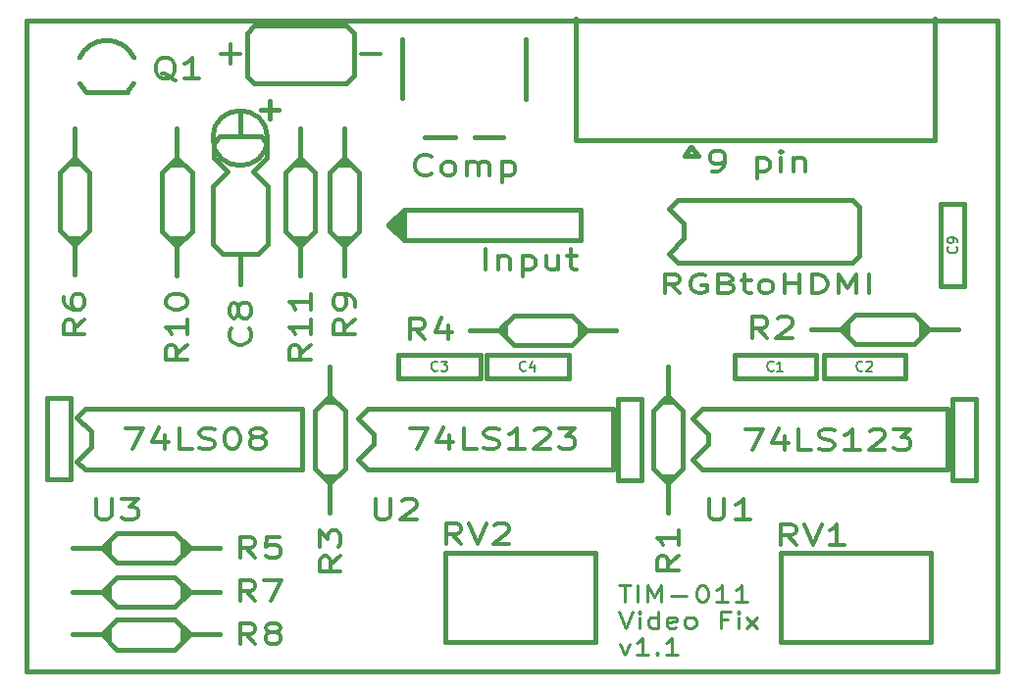
<source format=gbr>
%TF.GenerationSoftware,KiCad,Pcbnew,8.0.1*%
%TF.CreationDate,2024-06-09T01:41:57+01:00*%
%TF.ProjectId,tim011_video_fix,74696d30-3131-45f7-9669-64656f5f6669,rev?*%
%TF.SameCoordinates,Original*%
%TF.FileFunction,Legend,Top*%
%TF.FilePolarity,Positive*%
%FSLAX46Y46*%
G04 Gerber Fmt 4.6, Leading zero omitted, Abs format (unit mm)*
G04 Created by KiCad (PCBNEW 8.0.1) date 2024-06-09 01:41:57*
%MOMM*%
%LPD*%
G01*
G04 APERTURE LIST*
%ADD10C,0.400000*%
%ADD11C,0.360000*%
%ADD12C,0.280000*%
%ADD13C,0.129000*%
%ADD14C,0.120000*%
%ADD15C,0.300000*%
G04 APERTURE END LIST*
D10*
X55350000Y-59050000D02*
X139125000Y-59050000D01*
X139125000Y-115300000D01*
X55350000Y-115300000D01*
X55350000Y-59050000D01*
D11*
X84174461Y-62008613D02*
X85926842Y-62008613D01*
X72074461Y-61958613D02*
X73826842Y-61958613D01*
X72950651Y-62834803D02*
X72950651Y-61082422D01*
D12*
X106430638Y-107887840D02*
X107459210Y-107887840D01*
X106944924Y-109297840D02*
X106944924Y-107887840D01*
X108059210Y-109297840D02*
X108059210Y-107887840D01*
X108916353Y-109297840D02*
X108916353Y-107887840D01*
X108916353Y-107887840D02*
X109516353Y-108894983D01*
X109516353Y-108894983D02*
X110116353Y-107887840D01*
X110116353Y-107887840D02*
X110116353Y-109297840D01*
X110973496Y-108760698D02*
X112344925Y-108760698D01*
X113544924Y-107887840D02*
X113716353Y-107887840D01*
X113716353Y-107887840D02*
X113887781Y-107954983D01*
X113887781Y-107954983D02*
X113973496Y-108022126D01*
X113973496Y-108022126D02*
X114059210Y-108156412D01*
X114059210Y-108156412D02*
X114144924Y-108424983D01*
X114144924Y-108424983D02*
X114144924Y-108760698D01*
X114144924Y-108760698D02*
X114059210Y-109029269D01*
X114059210Y-109029269D02*
X113973496Y-109163555D01*
X113973496Y-109163555D02*
X113887781Y-109230698D01*
X113887781Y-109230698D02*
X113716353Y-109297840D01*
X113716353Y-109297840D02*
X113544924Y-109297840D01*
X113544924Y-109297840D02*
X113373496Y-109230698D01*
X113373496Y-109230698D02*
X113287781Y-109163555D01*
X113287781Y-109163555D02*
X113202067Y-109029269D01*
X113202067Y-109029269D02*
X113116353Y-108760698D01*
X113116353Y-108760698D02*
X113116353Y-108424983D01*
X113116353Y-108424983D02*
X113202067Y-108156412D01*
X113202067Y-108156412D02*
X113287781Y-108022126D01*
X113287781Y-108022126D02*
X113373496Y-107954983D01*
X113373496Y-107954983D02*
X113544924Y-107887840D01*
X115859210Y-109297840D02*
X114830639Y-109297840D01*
X115344924Y-109297840D02*
X115344924Y-107887840D01*
X115344924Y-107887840D02*
X115173496Y-108089269D01*
X115173496Y-108089269D02*
X115002067Y-108223555D01*
X115002067Y-108223555D02*
X114830639Y-108290698D01*
X117573496Y-109297840D02*
X116544925Y-109297840D01*
X117059210Y-109297840D02*
X117059210Y-107887840D01*
X117059210Y-107887840D02*
X116887782Y-108089269D01*
X116887782Y-108089269D02*
X116716353Y-108223555D01*
X116716353Y-108223555D02*
X116544925Y-108290698D01*
X106430638Y-110157861D02*
X107030638Y-111567861D01*
X107030638Y-111567861D02*
X107630638Y-110157861D01*
X108230638Y-111567861D02*
X108230638Y-110627861D01*
X108230638Y-110157861D02*
X108144924Y-110225004D01*
X108144924Y-110225004D02*
X108230638Y-110292147D01*
X108230638Y-110292147D02*
X108316352Y-110225004D01*
X108316352Y-110225004D02*
X108230638Y-110157861D01*
X108230638Y-110157861D02*
X108230638Y-110292147D01*
X109859210Y-111567861D02*
X109859210Y-110157861D01*
X109859210Y-111500719D02*
X109687781Y-111567861D01*
X109687781Y-111567861D02*
X109344924Y-111567861D01*
X109344924Y-111567861D02*
X109173495Y-111500719D01*
X109173495Y-111500719D02*
X109087781Y-111433576D01*
X109087781Y-111433576D02*
X109002067Y-111299290D01*
X109002067Y-111299290D02*
X109002067Y-110896433D01*
X109002067Y-110896433D02*
X109087781Y-110762147D01*
X109087781Y-110762147D02*
X109173495Y-110695004D01*
X109173495Y-110695004D02*
X109344924Y-110627861D01*
X109344924Y-110627861D02*
X109687781Y-110627861D01*
X109687781Y-110627861D02*
X109859210Y-110695004D01*
X111402066Y-111500719D02*
X111230638Y-111567861D01*
X111230638Y-111567861D02*
X110887781Y-111567861D01*
X110887781Y-111567861D02*
X110716352Y-111500719D01*
X110716352Y-111500719D02*
X110630638Y-111366433D01*
X110630638Y-111366433D02*
X110630638Y-110829290D01*
X110630638Y-110829290D02*
X110716352Y-110695004D01*
X110716352Y-110695004D02*
X110887781Y-110627861D01*
X110887781Y-110627861D02*
X111230638Y-110627861D01*
X111230638Y-110627861D02*
X111402066Y-110695004D01*
X111402066Y-110695004D02*
X111487781Y-110829290D01*
X111487781Y-110829290D02*
X111487781Y-110963576D01*
X111487781Y-110963576D02*
X110630638Y-111097861D01*
X112516352Y-111567861D02*
X112344923Y-111500719D01*
X112344923Y-111500719D02*
X112259209Y-111433576D01*
X112259209Y-111433576D02*
X112173495Y-111299290D01*
X112173495Y-111299290D02*
X112173495Y-110896433D01*
X112173495Y-110896433D02*
X112259209Y-110762147D01*
X112259209Y-110762147D02*
X112344923Y-110695004D01*
X112344923Y-110695004D02*
X112516352Y-110627861D01*
X112516352Y-110627861D02*
X112773495Y-110627861D01*
X112773495Y-110627861D02*
X112944923Y-110695004D01*
X112944923Y-110695004D02*
X113030638Y-110762147D01*
X113030638Y-110762147D02*
X113116352Y-110896433D01*
X113116352Y-110896433D02*
X113116352Y-111299290D01*
X113116352Y-111299290D02*
X113030638Y-111433576D01*
X113030638Y-111433576D02*
X112944923Y-111500719D01*
X112944923Y-111500719D02*
X112773495Y-111567861D01*
X112773495Y-111567861D02*
X112516352Y-111567861D01*
X115859209Y-110829290D02*
X115259209Y-110829290D01*
X115259209Y-111567861D02*
X115259209Y-110157861D01*
X115259209Y-110157861D02*
X116116352Y-110157861D01*
X116802066Y-111567861D02*
X116802066Y-110627861D01*
X116802066Y-110157861D02*
X116716352Y-110225004D01*
X116716352Y-110225004D02*
X116802066Y-110292147D01*
X116802066Y-110292147D02*
X116887780Y-110225004D01*
X116887780Y-110225004D02*
X116802066Y-110157861D01*
X116802066Y-110157861D02*
X116802066Y-110292147D01*
X117487780Y-111567861D02*
X118430638Y-110627861D01*
X117487780Y-110627861D02*
X118430638Y-111567861D01*
X106516352Y-112897882D02*
X106944924Y-113837882D01*
X106944924Y-113837882D02*
X107373495Y-112897882D01*
X109002067Y-113837882D02*
X107973496Y-113837882D01*
X108487781Y-113837882D02*
X108487781Y-112427882D01*
X108487781Y-112427882D02*
X108316353Y-112629311D01*
X108316353Y-112629311D02*
X108144924Y-112763597D01*
X108144924Y-112763597D02*
X107973496Y-112830740D01*
X109773496Y-113703597D02*
X109859210Y-113770740D01*
X109859210Y-113770740D02*
X109773496Y-113837882D01*
X109773496Y-113837882D02*
X109687782Y-113770740D01*
X109687782Y-113770740D02*
X109773496Y-113703597D01*
X109773496Y-113703597D02*
X109773496Y-113837882D01*
X111573496Y-113837882D02*
X110544925Y-113837882D01*
X111059210Y-113837882D02*
X111059210Y-112427882D01*
X111059210Y-112427882D02*
X110887782Y-112629311D01*
X110887782Y-112629311D02*
X110716353Y-112763597D01*
X110716353Y-112763597D02*
X110544925Y-112830740D01*
D11*
X92855952Y-104343994D02*
X92089286Y-103486851D01*
X91541667Y-104343994D02*
X91541667Y-102543994D01*
X91541667Y-102543994D02*
X92417857Y-102543994D01*
X92417857Y-102543994D02*
X92636905Y-102629708D01*
X92636905Y-102629708D02*
X92746428Y-102715422D01*
X92746428Y-102715422D02*
X92855952Y-102886851D01*
X92855952Y-102886851D02*
X92855952Y-103143994D01*
X92855952Y-103143994D02*
X92746428Y-103315422D01*
X92746428Y-103315422D02*
X92636905Y-103401137D01*
X92636905Y-103401137D02*
X92417857Y-103486851D01*
X92417857Y-103486851D02*
X91541667Y-103486851D01*
X93513095Y-102543994D02*
X94279762Y-104343994D01*
X94279762Y-104343994D02*
X95046428Y-102543994D01*
X95703572Y-102715422D02*
X95813096Y-102629708D01*
X95813096Y-102629708D02*
X96032143Y-102543994D01*
X96032143Y-102543994D02*
X96579762Y-102543994D01*
X96579762Y-102543994D02*
X96798810Y-102629708D01*
X96798810Y-102629708D02*
X96908334Y-102715422D01*
X96908334Y-102715422D02*
X97017857Y-102886851D01*
X97017857Y-102886851D02*
X97017857Y-103058280D01*
X97017857Y-103058280D02*
X96908334Y-103315422D01*
X96908334Y-103315422D02*
X95594048Y-104343994D01*
X95594048Y-104343994D02*
X97017857Y-104343994D01*
X121790952Y-104393994D02*
X121024286Y-103536851D01*
X120476667Y-104393994D02*
X120476667Y-102593994D01*
X120476667Y-102593994D02*
X121352857Y-102593994D01*
X121352857Y-102593994D02*
X121571905Y-102679708D01*
X121571905Y-102679708D02*
X121681428Y-102765422D01*
X121681428Y-102765422D02*
X121790952Y-102936851D01*
X121790952Y-102936851D02*
X121790952Y-103193994D01*
X121790952Y-103193994D02*
X121681428Y-103365422D01*
X121681428Y-103365422D02*
X121571905Y-103451137D01*
X121571905Y-103451137D02*
X121352857Y-103536851D01*
X121352857Y-103536851D02*
X120476667Y-103536851D01*
X122448095Y-102593994D02*
X123214762Y-104393994D01*
X123214762Y-104393994D02*
X123981428Y-102593994D01*
X125952857Y-104393994D02*
X124638572Y-104393994D01*
X125295715Y-104393994D02*
X125295715Y-102593994D01*
X125295715Y-102593994D02*
X125076667Y-102851137D01*
X125076667Y-102851137D02*
X124857619Y-103022565D01*
X124857619Y-103022565D02*
X124638572Y-103108280D01*
D13*
X135599240Y-78628333D02*
X135640193Y-78669285D01*
X135640193Y-78669285D02*
X135681145Y-78792143D01*
X135681145Y-78792143D02*
X135681145Y-78874047D01*
X135681145Y-78874047D02*
X135640193Y-78996904D01*
X135640193Y-78996904D02*
X135558288Y-79078809D01*
X135558288Y-79078809D02*
X135476383Y-79119762D01*
X135476383Y-79119762D02*
X135312573Y-79160714D01*
X135312573Y-79160714D02*
X135189716Y-79160714D01*
X135189716Y-79160714D02*
X135025907Y-79119762D01*
X135025907Y-79119762D02*
X134944002Y-79078809D01*
X134944002Y-79078809D02*
X134862097Y-78996904D01*
X134862097Y-78996904D02*
X134821145Y-78874047D01*
X134821145Y-78874047D02*
X134821145Y-78792143D01*
X134821145Y-78792143D02*
X134862097Y-78669285D01*
X134862097Y-78669285D02*
X134903050Y-78628333D01*
X135681145Y-78218809D02*
X135681145Y-78055000D01*
X135681145Y-78055000D02*
X135640193Y-77973095D01*
X135640193Y-77973095D02*
X135599240Y-77932143D01*
X135599240Y-77932143D02*
X135476383Y-77850238D01*
X135476383Y-77850238D02*
X135312573Y-77809285D01*
X135312573Y-77809285D02*
X134984954Y-77809285D01*
X134984954Y-77809285D02*
X134903050Y-77850238D01*
X134903050Y-77850238D02*
X134862097Y-77891190D01*
X134862097Y-77891190D02*
X134821145Y-77973095D01*
X134821145Y-77973095D02*
X134821145Y-78136904D01*
X134821145Y-78136904D02*
X134862097Y-78218809D01*
X134862097Y-78218809D02*
X134903050Y-78259762D01*
X134903050Y-78259762D02*
X134984954Y-78300714D01*
X134984954Y-78300714D02*
X135189716Y-78300714D01*
X135189716Y-78300714D02*
X135271621Y-78259762D01*
X135271621Y-78259762D02*
X135312573Y-78218809D01*
X135312573Y-78218809D02*
X135353526Y-78136904D01*
X135353526Y-78136904D02*
X135353526Y-77973095D01*
X135353526Y-77973095D02*
X135312573Y-77891190D01*
X135312573Y-77891190D02*
X135271621Y-77850238D01*
X135271621Y-77850238D02*
X135189716Y-77809285D01*
D11*
X75086428Y-112948994D02*
X74319762Y-112091851D01*
X73772143Y-112948994D02*
X73772143Y-111148994D01*
X73772143Y-111148994D02*
X74648333Y-111148994D01*
X74648333Y-111148994D02*
X74867381Y-111234708D01*
X74867381Y-111234708D02*
X74976904Y-111320422D01*
X74976904Y-111320422D02*
X75086428Y-111491851D01*
X75086428Y-111491851D02*
X75086428Y-111748994D01*
X75086428Y-111748994D02*
X74976904Y-111920422D01*
X74976904Y-111920422D02*
X74867381Y-112006137D01*
X74867381Y-112006137D02*
X74648333Y-112091851D01*
X74648333Y-112091851D02*
X73772143Y-112091851D01*
X76400714Y-111920422D02*
X76181666Y-111834708D01*
X76181666Y-111834708D02*
X76072143Y-111748994D01*
X76072143Y-111748994D02*
X75962619Y-111577565D01*
X75962619Y-111577565D02*
X75962619Y-111491851D01*
X75962619Y-111491851D02*
X76072143Y-111320422D01*
X76072143Y-111320422D02*
X76181666Y-111234708D01*
X76181666Y-111234708D02*
X76400714Y-111148994D01*
X76400714Y-111148994D02*
X76838809Y-111148994D01*
X76838809Y-111148994D02*
X77057857Y-111234708D01*
X77057857Y-111234708D02*
X77167381Y-111320422D01*
X77167381Y-111320422D02*
X77276904Y-111491851D01*
X77276904Y-111491851D02*
X77276904Y-111577565D01*
X77276904Y-111577565D02*
X77167381Y-111748994D01*
X77167381Y-111748994D02*
X77057857Y-111834708D01*
X77057857Y-111834708D02*
X76838809Y-111920422D01*
X76838809Y-111920422D02*
X76400714Y-111920422D01*
X76400714Y-111920422D02*
X76181666Y-112006137D01*
X76181666Y-112006137D02*
X76072143Y-112091851D01*
X76072143Y-112091851D02*
X75962619Y-112263280D01*
X75962619Y-112263280D02*
X75962619Y-112606137D01*
X75962619Y-112606137D02*
X76072143Y-112777565D01*
X76072143Y-112777565D02*
X76181666Y-112863280D01*
X76181666Y-112863280D02*
X76400714Y-112948994D01*
X76400714Y-112948994D02*
X76838809Y-112948994D01*
X76838809Y-112948994D02*
X77057857Y-112863280D01*
X77057857Y-112863280D02*
X77167381Y-112777565D01*
X77167381Y-112777565D02*
X77276904Y-112606137D01*
X77276904Y-112606137D02*
X77276904Y-112263280D01*
X77276904Y-112263280D02*
X77167381Y-112091851D01*
X77167381Y-112091851D02*
X77057857Y-112006137D01*
X77057857Y-112006137D02*
X76838809Y-111920422D01*
X61362619Y-100373994D02*
X61362619Y-101831137D01*
X61362619Y-101831137D02*
X61472142Y-102002565D01*
X61472142Y-102002565D02*
X61581666Y-102088280D01*
X61581666Y-102088280D02*
X61800714Y-102173994D01*
X61800714Y-102173994D02*
X62238809Y-102173994D01*
X62238809Y-102173994D02*
X62457857Y-102088280D01*
X62457857Y-102088280D02*
X62567380Y-102002565D01*
X62567380Y-102002565D02*
X62676904Y-101831137D01*
X62676904Y-101831137D02*
X62676904Y-100373994D01*
X63553095Y-100373994D02*
X64976904Y-100373994D01*
X64976904Y-100373994D02*
X64210238Y-101059708D01*
X64210238Y-101059708D02*
X64538809Y-101059708D01*
X64538809Y-101059708D02*
X64757857Y-101145422D01*
X64757857Y-101145422D02*
X64867381Y-101231137D01*
X64867381Y-101231137D02*
X64976904Y-101402565D01*
X64976904Y-101402565D02*
X64976904Y-101831137D01*
X64976904Y-101831137D02*
X64867381Y-102002565D01*
X64867381Y-102002565D02*
X64757857Y-102088280D01*
X64757857Y-102088280D02*
X64538809Y-102173994D01*
X64538809Y-102173994D02*
X63881666Y-102173994D01*
X63881666Y-102173994D02*
X63662619Y-102088280D01*
X63662619Y-102088280D02*
X63553095Y-102002565D01*
X63906429Y-94323994D02*
X65439762Y-94323994D01*
X65439762Y-94323994D02*
X64454048Y-96123994D01*
X67301667Y-94923994D02*
X67301667Y-96123994D01*
X66754048Y-94238280D02*
X66206429Y-95523994D01*
X66206429Y-95523994D02*
X67630238Y-95523994D01*
X69601667Y-96123994D02*
X68506429Y-96123994D01*
X68506429Y-96123994D02*
X68506429Y-94323994D01*
X70258810Y-96038280D02*
X70587381Y-96123994D01*
X70587381Y-96123994D02*
X71135000Y-96123994D01*
X71135000Y-96123994D02*
X71354048Y-96038280D01*
X71354048Y-96038280D02*
X71463572Y-95952565D01*
X71463572Y-95952565D02*
X71573095Y-95781137D01*
X71573095Y-95781137D02*
X71573095Y-95609708D01*
X71573095Y-95609708D02*
X71463572Y-95438280D01*
X71463572Y-95438280D02*
X71354048Y-95352565D01*
X71354048Y-95352565D02*
X71135000Y-95266851D01*
X71135000Y-95266851D02*
X70696905Y-95181137D01*
X70696905Y-95181137D02*
X70477857Y-95095422D01*
X70477857Y-95095422D02*
X70368334Y-95009708D01*
X70368334Y-95009708D02*
X70258810Y-94838280D01*
X70258810Y-94838280D02*
X70258810Y-94666851D01*
X70258810Y-94666851D02*
X70368334Y-94495422D01*
X70368334Y-94495422D02*
X70477857Y-94409708D01*
X70477857Y-94409708D02*
X70696905Y-94323994D01*
X70696905Y-94323994D02*
X71244524Y-94323994D01*
X71244524Y-94323994D02*
X71573095Y-94409708D01*
X72996905Y-94323994D02*
X73215952Y-94323994D01*
X73215952Y-94323994D02*
X73435000Y-94409708D01*
X73435000Y-94409708D02*
X73544524Y-94495422D01*
X73544524Y-94495422D02*
X73654048Y-94666851D01*
X73654048Y-94666851D02*
X73763571Y-95009708D01*
X73763571Y-95009708D02*
X73763571Y-95438280D01*
X73763571Y-95438280D02*
X73654048Y-95781137D01*
X73654048Y-95781137D02*
X73544524Y-95952565D01*
X73544524Y-95952565D02*
X73435000Y-96038280D01*
X73435000Y-96038280D02*
X73215952Y-96123994D01*
X73215952Y-96123994D02*
X72996905Y-96123994D01*
X72996905Y-96123994D02*
X72777857Y-96038280D01*
X72777857Y-96038280D02*
X72668333Y-95952565D01*
X72668333Y-95952565D02*
X72558810Y-95781137D01*
X72558810Y-95781137D02*
X72449286Y-95438280D01*
X72449286Y-95438280D02*
X72449286Y-95009708D01*
X72449286Y-95009708D02*
X72558810Y-94666851D01*
X72558810Y-94666851D02*
X72668333Y-94495422D01*
X72668333Y-94495422D02*
X72777857Y-94409708D01*
X72777857Y-94409708D02*
X72996905Y-94323994D01*
X75077857Y-95095422D02*
X74858809Y-95009708D01*
X74858809Y-95009708D02*
X74749286Y-94923994D01*
X74749286Y-94923994D02*
X74639762Y-94752565D01*
X74639762Y-94752565D02*
X74639762Y-94666851D01*
X74639762Y-94666851D02*
X74749286Y-94495422D01*
X74749286Y-94495422D02*
X74858809Y-94409708D01*
X74858809Y-94409708D02*
X75077857Y-94323994D01*
X75077857Y-94323994D02*
X75515952Y-94323994D01*
X75515952Y-94323994D02*
X75735000Y-94409708D01*
X75735000Y-94409708D02*
X75844524Y-94495422D01*
X75844524Y-94495422D02*
X75954047Y-94666851D01*
X75954047Y-94666851D02*
X75954047Y-94752565D01*
X75954047Y-94752565D02*
X75844524Y-94923994D01*
X75844524Y-94923994D02*
X75735000Y-95009708D01*
X75735000Y-95009708D02*
X75515952Y-95095422D01*
X75515952Y-95095422D02*
X75077857Y-95095422D01*
X75077857Y-95095422D02*
X74858809Y-95181137D01*
X74858809Y-95181137D02*
X74749286Y-95266851D01*
X74749286Y-95266851D02*
X74639762Y-95438280D01*
X74639762Y-95438280D02*
X74639762Y-95781137D01*
X74639762Y-95781137D02*
X74749286Y-95952565D01*
X74749286Y-95952565D02*
X74858809Y-96038280D01*
X74858809Y-96038280D02*
X75077857Y-96123994D01*
X75077857Y-96123994D02*
X75515952Y-96123994D01*
X75515952Y-96123994D02*
X75735000Y-96038280D01*
X75735000Y-96038280D02*
X75844524Y-95952565D01*
X75844524Y-95952565D02*
X75954047Y-95781137D01*
X75954047Y-95781137D02*
X75954047Y-95438280D01*
X75954047Y-95438280D02*
X75844524Y-95266851D01*
X75844524Y-95266851D02*
X75735000Y-95181137D01*
X75735000Y-95181137D02*
X75515952Y-95095422D01*
X68190952Y-64285422D02*
X67971904Y-64199708D01*
X67971904Y-64199708D02*
X67752857Y-64028280D01*
X67752857Y-64028280D02*
X67424285Y-63771137D01*
X67424285Y-63771137D02*
X67205238Y-63685422D01*
X67205238Y-63685422D02*
X66986190Y-63685422D01*
X67095714Y-64113994D02*
X66876666Y-64028280D01*
X66876666Y-64028280D02*
X66657619Y-63856851D01*
X66657619Y-63856851D02*
X66548095Y-63513994D01*
X66548095Y-63513994D02*
X66548095Y-62913994D01*
X66548095Y-62913994D02*
X66657619Y-62571137D01*
X66657619Y-62571137D02*
X66876666Y-62399708D01*
X66876666Y-62399708D02*
X67095714Y-62313994D01*
X67095714Y-62313994D02*
X67533809Y-62313994D01*
X67533809Y-62313994D02*
X67752857Y-62399708D01*
X67752857Y-62399708D02*
X67971904Y-62571137D01*
X67971904Y-62571137D02*
X68081428Y-62913994D01*
X68081428Y-62913994D02*
X68081428Y-63513994D01*
X68081428Y-63513994D02*
X67971904Y-63856851D01*
X67971904Y-63856851D02*
X67752857Y-64028280D01*
X67752857Y-64028280D02*
X67533809Y-64113994D01*
X67533809Y-64113994D02*
X67095714Y-64113994D01*
X70271904Y-64113994D02*
X68957619Y-64113994D01*
X69614762Y-64113994D02*
X69614762Y-62313994D01*
X69614762Y-62313994D02*
X69395714Y-62571137D01*
X69395714Y-62571137D02*
X69176666Y-62742565D01*
X69176666Y-62742565D02*
X68957619Y-62828280D01*
D13*
X119806666Y-89294240D02*
X119765714Y-89335193D01*
X119765714Y-89335193D02*
X119642856Y-89376145D01*
X119642856Y-89376145D02*
X119560952Y-89376145D01*
X119560952Y-89376145D02*
X119438095Y-89335193D01*
X119438095Y-89335193D02*
X119356190Y-89253288D01*
X119356190Y-89253288D02*
X119315237Y-89171383D01*
X119315237Y-89171383D02*
X119274285Y-89007573D01*
X119274285Y-89007573D02*
X119274285Y-88884716D01*
X119274285Y-88884716D02*
X119315237Y-88720907D01*
X119315237Y-88720907D02*
X119356190Y-88639002D01*
X119356190Y-88639002D02*
X119438095Y-88557097D01*
X119438095Y-88557097D02*
X119560952Y-88516145D01*
X119560952Y-88516145D02*
X119642856Y-88516145D01*
X119642856Y-88516145D02*
X119765714Y-88557097D01*
X119765714Y-88557097D02*
X119806666Y-88598050D01*
X120625714Y-89376145D02*
X120134285Y-89376145D01*
X120379999Y-89376145D02*
X120379999Y-88516145D01*
X120379999Y-88516145D02*
X120298095Y-88639002D01*
X120298095Y-88639002D02*
X120216190Y-88720907D01*
X120216190Y-88720907D02*
X120134285Y-88761859D01*
D11*
X94971429Y-80613994D02*
X94971429Y-78813994D01*
X96066667Y-79413994D02*
X96066667Y-80613994D01*
X96066667Y-79585422D02*
X96176190Y-79499708D01*
X96176190Y-79499708D02*
X96395238Y-79413994D01*
X96395238Y-79413994D02*
X96723809Y-79413994D01*
X96723809Y-79413994D02*
X96942857Y-79499708D01*
X96942857Y-79499708D02*
X97052381Y-79671137D01*
X97052381Y-79671137D02*
X97052381Y-80613994D01*
X98147619Y-79413994D02*
X98147619Y-81213994D01*
X98147619Y-79499708D02*
X98366666Y-79413994D01*
X98366666Y-79413994D02*
X98804761Y-79413994D01*
X98804761Y-79413994D02*
X99023809Y-79499708D01*
X99023809Y-79499708D02*
X99133333Y-79585422D01*
X99133333Y-79585422D02*
X99242857Y-79756851D01*
X99242857Y-79756851D02*
X99242857Y-80271137D01*
X99242857Y-80271137D02*
X99133333Y-80442565D01*
X99133333Y-80442565D02*
X99023809Y-80528280D01*
X99023809Y-80528280D02*
X98804761Y-80613994D01*
X98804761Y-80613994D02*
X98366666Y-80613994D01*
X98366666Y-80613994D02*
X98147619Y-80528280D01*
X101214285Y-79413994D02*
X101214285Y-80613994D01*
X100228571Y-79413994D02*
X100228571Y-80356851D01*
X100228571Y-80356851D02*
X100338094Y-80528280D01*
X100338094Y-80528280D02*
X100557142Y-80613994D01*
X100557142Y-80613994D02*
X100885713Y-80613994D01*
X100885713Y-80613994D02*
X101104761Y-80528280D01*
X101104761Y-80528280D02*
X101214285Y-80442565D01*
X101980951Y-79413994D02*
X102857142Y-79413994D01*
X102309523Y-78813994D02*
X102309523Y-80356851D01*
X102309523Y-80356851D02*
X102419046Y-80528280D01*
X102419046Y-80528280D02*
X102638094Y-80613994D01*
X102638094Y-80613994D02*
X102857142Y-80613994D01*
X60313994Y-84913095D02*
X59456851Y-85679761D01*
X60313994Y-86227380D02*
X58513994Y-86227380D01*
X58513994Y-86227380D02*
X58513994Y-85351190D01*
X58513994Y-85351190D02*
X58599708Y-85132142D01*
X58599708Y-85132142D02*
X58685422Y-85022619D01*
X58685422Y-85022619D02*
X58856851Y-84913095D01*
X58856851Y-84913095D02*
X59113994Y-84913095D01*
X59113994Y-84913095D02*
X59285422Y-85022619D01*
X59285422Y-85022619D02*
X59371137Y-85132142D01*
X59371137Y-85132142D02*
X59456851Y-85351190D01*
X59456851Y-85351190D02*
X59456851Y-86227380D01*
X58513994Y-82941666D02*
X58513994Y-83379761D01*
X58513994Y-83379761D02*
X58599708Y-83598809D01*
X58599708Y-83598809D02*
X58685422Y-83708333D01*
X58685422Y-83708333D02*
X58942565Y-83927380D01*
X58942565Y-83927380D02*
X59285422Y-84036904D01*
X59285422Y-84036904D02*
X59971137Y-84036904D01*
X59971137Y-84036904D02*
X60142565Y-83927380D01*
X60142565Y-83927380D02*
X60228280Y-83817857D01*
X60228280Y-83817857D02*
X60313994Y-83598809D01*
X60313994Y-83598809D02*
X60313994Y-83160714D01*
X60313994Y-83160714D02*
X60228280Y-82941666D01*
X60228280Y-82941666D02*
X60142565Y-82832142D01*
X60142565Y-82832142D02*
X59971137Y-82722619D01*
X59971137Y-82722619D02*
X59542565Y-82722619D01*
X59542565Y-82722619D02*
X59371137Y-82832142D01*
X59371137Y-82832142D02*
X59285422Y-82941666D01*
X59285422Y-82941666D02*
X59199708Y-83160714D01*
X59199708Y-83160714D02*
X59199708Y-83598809D01*
X59199708Y-83598809D02*
X59285422Y-83817857D01*
X59285422Y-83817857D02*
X59371137Y-83927380D01*
X59371137Y-83927380D02*
X59542565Y-84036904D01*
X90287619Y-72307565D02*
X90178095Y-72393280D01*
X90178095Y-72393280D02*
X89849524Y-72478994D01*
X89849524Y-72478994D02*
X89630476Y-72478994D01*
X89630476Y-72478994D02*
X89301905Y-72393280D01*
X89301905Y-72393280D02*
X89082857Y-72221851D01*
X89082857Y-72221851D02*
X88973334Y-72050422D01*
X88973334Y-72050422D02*
X88863810Y-71707565D01*
X88863810Y-71707565D02*
X88863810Y-71450422D01*
X88863810Y-71450422D02*
X88973334Y-71107565D01*
X88973334Y-71107565D02*
X89082857Y-70936137D01*
X89082857Y-70936137D02*
X89301905Y-70764708D01*
X89301905Y-70764708D02*
X89630476Y-70678994D01*
X89630476Y-70678994D02*
X89849524Y-70678994D01*
X89849524Y-70678994D02*
X90178095Y-70764708D01*
X90178095Y-70764708D02*
X90287619Y-70850422D01*
X91601905Y-72478994D02*
X91382857Y-72393280D01*
X91382857Y-72393280D02*
X91273334Y-72307565D01*
X91273334Y-72307565D02*
X91163810Y-72136137D01*
X91163810Y-72136137D02*
X91163810Y-71621851D01*
X91163810Y-71621851D02*
X91273334Y-71450422D01*
X91273334Y-71450422D02*
X91382857Y-71364708D01*
X91382857Y-71364708D02*
X91601905Y-71278994D01*
X91601905Y-71278994D02*
X91930476Y-71278994D01*
X91930476Y-71278994D02*
X92149524Y-71364708D01*
X92149524Y-71364708D02*
X92259048Y-71450422D01*
X92259048Y-71450422D02*
X92368572Y-71621851D01*
X92368572Y-71621851D02*
X92368572Y-72136137D01*
X92368572Y-72136137D02*
X92259048Y-72307565D01*
X92259048Y-72307565D02*
X92149524Y-72393280D01*
X92149524Y-72393280D02*
X91930476Y-72478994D01*
X91930476Y-72478994D02*
X91601905Y-72478994D01*
X93354286Y-72478994D02*
X93354286Y-71278994D01*
X93354286Y-71450422D02*
X93463809Y-71364708D01*
X93463809Y-71364708D02*
X93682857Y-71278994D01*
X93682857Y-71278994D02*
X94011428Y-71278994D01*
X94011428Y-71278994D02*
X94230476Y-71364708D01*
X94230476Y-71364708D02*
X94340000Y-71536137D01*
X94340000Y-71536137D02*
X94340000Y-72478994D01*
X94340000Y-71536137D02*
X94449524Y-71364708D01*
X94449524Y-71364708D02*
X94668571Y-71278994D01*
X94668571Y-71278994D02*
X94997143Y-71278994D01*
X94997143Y-71278994D02*
X95216190Y-71364708D01*
X95216190Y-71364708D02*
X95325714Y-71536137D01*
X95325714Y-71536137D02*
X95325714Y-72478994D01*
X96420953Y-71278994D02*
X96420953Y-73078994D01*
X96420953Y-71364708D02*
X96640000Y-71278994D01*
X96640000Y-71278994D02*
X97078095Y-71278994D01*
X97078095Y-71278994D02*
X97297143Y-71364708D01*
X97297143Y-71364708D02*
X97406667Y-71450422D01*
X97406667Y-71450422D02*
X97516191Y-71621851D01*
X97516191Y-71621851D02*
X97516191Y-72136137D01*
X97516191Y-72136137D02*
X97406667Y-72307565D01*
X97406667Y-72307565D02*
X97297143Y-72393280D01*
X97297143Y-72393280D02*
X97078095Y-72478994D01*
X97078095Y-72478994D02*
X96640000Y-72478994D01*
X96640000Y-72478994D02*
X96420953Y-72393280D01*
X69178994Y-87103571D02*
X68321851Y-87870237D01*
X69178994Y-88417856D02*
X67378994Y-88417856D01*
X67378994Y-88417856D02*
X67378994Y-87541666D01*
X67378994Y-87541666D02*
X67464708Y-87322618D01*
X67464708Y-87322618D02*
X67550422Y-87213095D01*
X67550422Y-87213095D02*
X67721851Y-87103571D01*
X67721851Y-87103571D02*
X67978994Y-87103571D01*
X67978994Y-87103571D02*
X68150422Y-87213095D01*
X68150422Y-87213095D02*
X68236137Y-87322618D01*
X68236137Y-87322618D02*
X68321851Y-87541666D01*
X68321851Y-87541666D02*
X68321851Y-88417856D01*
X69178994Y-84913095D02*
X69178994Y-86227380D01*
X69178994Y-85570237D02*
X67378994Y-85570237D01*
X67378994Y-85570237D02*
X67636137Y-85789285D01*
X67636137Y-85789285D02*
X67807565Y-86008333D01*
X67807565Y-86008333D02*
X67893280Y-86227380D01*
X67378994Y-83489285D02*
X67378994Y-83270238D01*
X67378994Y-83270238D02*
X67464708Y-83051190D01*
X67464708Y-83051190D02*
X67550422Y-82941666D01*
X67550422Y-82941666D02*
X67721851Y-82832142D01*
X67721851Y-82832142D02*
X68064708Y-82722619D01*
X68064708Y-82722619D02*
X68493280Y-82722619D01*
X68493280Y-82722619D02*
X68836137Y-82832142D01*
X68836137Y-82832142D02*
X69007565Y-82941666D01*
X69007565Y-82941666D02*
X69093280Y-83051190D01*
X69093280Y-83051190D02*
X69178994Y-83270238D01*
X69178994Y-83270238D02*
X69178994Y-83489285D01*
X69178994Y-83489285D02*
X69093280Y-83708333D01*
X69093280Y-83708333D02*
X69007565Y-83817857D01*
X69007565Y-83817857D02*
X68836137Y-83927380D01*
X68836137Y-83927380D02*
X68493280Y-84036904D01*
X68493280Y-84036904D02*
X68064708Y-84036904D01*
X68064708Y-84036904D02*
X67721851Y-83927380D01*
X67721851Y-83927380D02*
X67550422Y-83817857D01*
X67550422Y-83817857D02*
X67464708Y-83708333D01*
X67464708Y-83708333D02*
X67378994Y-83489285D01*
D13*
X98446666Y-89294240D02*
X98405714Y-89335193D01*
X98405714Y-89335193D02*
X98282856Y-89376145D01*
X98282856Y-89376145D02*
X98200952Y-89376145D01*
X98200952Y-89376145D02*
X98078095Y-89335193D01*
X98078095Y-89335193D02*
X97996190Y-89253288D01*
X97996190Y-89253288D02*
X97955237Y-89171383D01*
X97955237Y-89171383D02*
X97914285Y-89007573D01*
X97914285Y-89007573D02*
X97914285Y-88884716D01*
X97914285Y-88884716D02*
X97955237Y-88720907D01*
X97955237Y-88720907D02*
X97996190Y-88639002D01*
X97996190Y-88639002D02*
X98078095Y-88557097D01*
X98078095Y-88557097D02*
X98200952Y-88516145D01*
X98200952Y-88516145D02*
X98282856Y-88516145D01*
X98282856Y-88516145D02*
X98405714Y-88557097D01*
X98405714Y-88557097D02*
X98446666Y-88598050D01*
X99183809Y-88802812D02*
X99183809Y-89376145D01*
X98979047Y-88475193D02*
X98774285Y-89089478D01*
X98774285Y-89089478D02*
X99306666Y-89089478D01*
D11*
X111760119Y-82631470D02*
X110993453Y-81869565D01*
X110445834Y-82631470D02*
X110445834Y-81031470D01*
X110445834Y-81031470D02*
X111322024Y-81031470D01*
X111322024Y-81031470D02*
X111541072Y-81107660D01*
X111541072Y-81107660D02*
X111650595Y-81183851D01*
X111650595Y-81183851D02*
X111760119Y-81336232D01*
X111760119Y-81336232D02*
X111760119Y-81564803D01*
X111760119Y-81564803D02*
X111650595Y-81717184D01*
X111650595Y-81717184D02*
X111541072Y-81793375D01*
X111541072Y-81793375D02*
X111322024Y-81869565D01*
X111322024Y-81869565D02*
X110445834Y-81869565D01*
X113950595Y-81107660D02*
X113731548Y-81031470D01*
X113731548Y-81031470D02*
X113402976Y-81031470D01*
X113402976Y-81031470D02*
X113074405Y-81107660D01*
X113074405Y-81107660D02*
X112855357Y-81260041D01*
X112855357Y-81260041D02*
X112745834Y-81412422D01*
X112745834Y-81412422D02*
X112636310Y-81717184D01*
X112636310Y-81717184D02*
X112636310Y-81945756D01*
X112636310Y-81945756D02*
X112745834Y-82250518D01*
X112745834Y-82250518D02*
X112855357Y-82402899D01*
X112855357Y-82402899D02*
X113074405Y-82555280D01*
X113074405Y-82555280D02*
X113402976Y-82631470D01*
X113402976Y-82631470D02*
X113622024Y-82631470D01*
X113622024Y-82631470D02*
X113950595Y-82555280D01*
X113950595Y-82555280D02*
X114060119Y-82479089D01*
X114060119Y-82479089D02*
X114060119Y-81945756D01*
X114060119Y-81945756D02*
X113622024Y-81945756D01*
X115812500Y-81793375D02*
X116141072Y-81869565D01*
X116141072Y-81869565D02*
X116250595Y-81945756D01*
X116250595Y-81945756D02*
X116360119Y-82098137D01*
X116360119Y-82098137D02*
X116360119Y-82326708D01*
X116360119Y-82326708D02*
X116250595Y-82479089D01*
X116250595Y-82479089D02*
X116141072Y-82555280D01*
X116141072Y-82555280D02*
X115922024Y-82631470D01*
X115922024Y-82631470D02*
X115045834Y-82631470D01*
X115045834Y-82631470D02*
X115045834Y-81031470D01*
X115045834Y-81031470D02*
X115812500Y-81031470D01*
X115812500Y-81031470D02*
X116031548Y-81107660D01*
X116031548Y-81107660D02*
X116141072Y-81183851D01*
X116141072Y-81183851D02*
X116250595Y-81336232D01*
X116250595Y-81336232D02*
X116250595Y-81488613D01*
X116250595Y-81488613D02*
X116141072Y-81640994D01*
X116141072Y-81640994D02*
X116031548Y-81717184D01*
X116031548Y-81717184D02*
X115812500Y-81793375D01*
X115812500Y-81793375D02*
X115045834Y-81793375D01*
X117017262Y-81564803D02*
X117893453Y-81564803D01*
X117345834Y-81031470D02*
X117345834Y-82402899D01*
X117345834Y-82402899D02*
X117455357Y-82555280D01*
X117455357Y-82555280D02*
X117674405Y-82631470D01*
X117674405Y-82631470D02*
X117893453Y-82631470D01*
X118988691Y-82631470D02*
X118769643Y-82555280D01*
X118769643Y-82555280D02*
X118660120Y-82479089D01*
X118660120Y-82479089D02*
X118550596Y-82326708D01*
X118550596Y-82326708D02*
X118550596Y-81869565D01*
X118550596Y-81869565D02*
X118660120Y-81717184D01*
X118660120Y-81717184D02*
X118769643Y-81640994D01*
X118769643Y-81640994D02*
X118988691Y-81564803D01*
X118988691Y-81564803D02*
X119317262Y-81564803D01*
X119317262Y-81564803D02*
X119536310Y-81640994D01*
X119536310Y-81640994D02*
X119645834Y-81717184D01*
X119645834Y-81717184D02*
X119755358Y-81869565D01*
X119755358Y-81869565D02*
X119755358Y-82326708D01*
X119755358Y-82326708D02*
X119645834Y-82479089D01*
X119645834Y-82479089D02*
X119536310Y-82555280D01*
X119536310Y-82555280D02*
X119317262Y-82631470D01*
X119317262Y-82631470D02*
X118988691Y-82631470D01*
X120741072Y-82631470D02*
X120741072Y-81031470D01*
X120741072Y-81793375D02*
X122055357Y-81793375D01*
X122055357Y-82631470D02*
X122055357Y-81031470D01*
X123150596Y-82631470D02*
X123150596Y-81031470D01*
X123150596Y-81031470D02*
X123698215Y-81031470D01*
X123698215Y-81031470D02*
X124026786Y-81107660D01*
X124026786Y-81107660D02*
X124245834Y-81260041D01*
X124245834Y-81260041D02*
X124355357Y-81412422D01*
X124355357Y-81412422D02*
X124464881Y-81717184D01*
X124464881Y-81717184D02*
X124464881Y-81945756D01*
X124464881Y-81945756D02*
X124355357Y-82250518D01*
X124355357Y-82250518D02*
X124245834Y-82402899D01*
X124245834Y-82402899D02*
X124026786Y-82555280D01*
X124026786Y-82555280D02*
X123698215Y-82631470D01*
X123698215Y-82631470D02*
X123150596Y-82631470D01*
X125450596Y-82631470D02*
X125450596Y-81031470D01*
X125450596Y-81031470D02*
X126217262Y-82174327D01*
X126217262Y-82174327D02*
X126983929Y-81031470D01*
X126983929Y-81031470D02*
X126983929Y-82631470D01*
X128079167Y-82631470D02*
X128079167Y-81031470D01*
X114547143Y-72148994D02*
X114985239Y-72148994D01*
X114985239Y-72148994D02*
X115204286Y-72063280D01*
X115204286Y-72063280D02*
X115313810Y-71977565D01*
X115313810Y-71977565D02*
X115532858Y-71720422D01*
X115532858Y-71720422D02*
X115642381Y-71377565D01*
X115642381Y-71377565D02*
X115642381Y-70691851D01*
X115642381Y-70691851D02*
X115532858Y-70520422D01*
X115532858Y-70520422D02*
X115423334Y-70434708D01*
X115423334Y-70434708D02*
X115204286Y-70348994D01*
X115204286Y-70348994D02*
X114766191Y-70348994D01*
X114766191Y-70348994D02*
X114547143Y-70434708D01*
X114547143Y-70434708D02*
X114437620Y-70520422D01*
X114437620Y-70520422D02*
X114328096Y-70691851D01*
X114328096Y-70691851D02*
X114328096Y-71120422D01*
X114328096Y-71120422D02*
X114437620Y-71291851D01*
X114437620Y-71291851D02*
X114547143Y-71377565D01*
X114547143Y-71377565D02*
X114766191Y-71463280D01*
X114766191Y-71463280D02*
X115204286Y-71463280D01*
X115204286Y-71463280D02*
X115423334Y-71377565D01*
X115423334Y-71377565D02*
X115532858Y-71291851D01*
X115532858Y-71291851D02*
X115642381Y-71120422D01*
X118380477Y-70948994D02*
X118380477Y-72748994D01*
X118380477Y-71034708D02*
X118599524Y-70948994D01*
X118599524Y-70948994D02*
X119037619Y-70948994D01*
X119037619Y-70948994D02*
X119256667Y-71034708D01*
X119256667Y-71034708D02*
X119366191Y-71120422D01*
X119366191Y-71120422D02*
X119475715Y-71291851D01*
X119475715Y-71291851D02*
X119475715Y-71806137D01*
X119475715Y-71806137D02*
X119366191Y-71977565D01*
X119366191Y-71977565D02*
X119256667Y-72063280D01*
X119256667Y-72063280D02*
X119037619Y-72148994D01*
X119037619Y-72148994D02*
X118599524Y-72148994D01*
X118599524Y-72148994D02*
X118380477Y-72063280D01*
X120461429Y-72148994D02*
X120461429Y-70948994D01*
X120461429Y-70348994D02*
X120351905Y-70434708D01*
X120351905Y-70434708D02*
X120461429Y-70520422D01*
X120461429Y-70520422D02*
X120570952Y-70434708D01*
X120570952Y-70434708D02*
X120461429Y-70348994D01*
X120461429Y-70348994D02*
X120461429Y-70520422D01*
X121556667Y-70948994D02*
X121556667Y-72148994D01*
X121556667Y-71120422D02*
X121666190Y-71034708D01*
X121666190Y-71034708D02*
X121885238Y-70948994D01*
X121885238Y-70948994D02*
X122213809Y-70948994D01*
X122213809Y-70948994D02*
X122432857Y-71034708D01*
X122432857Y-71034708D02*
X122542381Y-71206137D01*
X122542381Y-71206137D02*
X122542381Y-72148994D01*
X111598994Y-105293333D02*
X110741851Y-106059999D01*
X111598994Y-106607618D02*
X109798994Y-106607618D01*
X109798994Y-106607618D02*
X109798994Y-105731428D01*
X109798994Y-105731428D02*
X109884708Y-105512380D01*
X109884708Y-105512380D02*
X109970422Y-105402857D01*
X109970422Y-105402857D02*
X110141851Y-105293333D01*
X110141851Y-105293333D02*
X110398994Y-105293333D01*
X110398994Y-105293333D02*
X110570422Y-105402857D01*
X110570422Y-105402857D02*
X110656137Y-105512380D01*
X110656137Y-105512380D02*
X110741851Y-105731428D01*
X110741851Y-105731428D02*
X110741851Y-106607618D01*
X111598994Y-103102857D02*
X111598994Y-104417142D01*
X111598994Y-103759999D02*
X109798994Y-103759999D01*
X109798994Y-103759999D02*
X110056137Y-103979047D01*
X110056137Y-103979047D02*
X110227565Y-104198095D01*
X110227565Y-104198095D02*
X110313280Y-104417142D01*
X83658994Y-84913095D02*
X82801851Y-85679761D01*
X83658994Y-86227380D02*
X81858994Y-86227380D01*
X81858994Y-86227380D02*
X81858994Y-85351190D01*
X81858994Y-85351190D02*
X81944708Y-85132142D01*
X81944708Y-85132142D02*
X82030422Y-85022619D01*
X82030422Y-85022619D02*
X82201851Y-84913095D01*
X82201851Y-84913095D02*
X82458994Y-84913095D01*
X82458994Y-84913095D02*
X82630422Y-85022619D01*
X82630422Y-85022619D02*
X82716137Y-85132142D01*
X82716137Y-85132142D02*
X82801851Y-85351190D01*
X82801851Y-85351190D02*
X82801851Y-86227380D01*
X83658994Y-83817857D02*
X83658994Y-83379761D01*
X83658994Y-83379761D02*
X83573280Y-83160714D01*
X83573280Y-83160714D02*
X83487565Y-83051190D01*
X83487565Y-83051190D02*
X83230422Y-82832142D01*
X83230422Y-82832142D02*
X82887565Y-82722619D01*
X82887565Y-82722619D02*
X82201851Y-82722619D01*
X82201851Y-82722619D02*
X82030422Y-82832142D01*
X82030422Y-82832142D02*
X81944708Y-82941666D01*
X81944708Y-82941666D02*
X81858994Y-83160714D01*
X81858994Y-83160714D02*
X81858994Y-83598809D01*
X81858994Y-83598809D02*
X81944708Y-83817857D01*
X81944708Y-83817857D02*
X82030422Y-83927380D01*
X82030422Y-83927380D02*
X82201851Y-84036904D01*
X82201851Y-84036904D02*
X82630422Y-84036904D01*
X82630422Y-84036904D02*
X82801851Y-83927380D01*
X82801851Y-83927380D02*
X82887565Y-83817857D01*
X82887565Y-83817857D02*
X82973280Y-83598809D01*
X82973280Y-83598809D02*
X82973280Y-83160714D01*
X82973280Y-83160714D02*
X82887565Y-82941666D01*
X82887565Y-82941666D02*
X82801851Y-82832142D01*
X82801851Y-82832142D02*
X82630422Y-82722619D01*
X114225119Y-100423994D02*
X114225119Y-101881137D01*
X114225119Y-101881137D02*
X114334642Y-102052565D01*
X114334642Y-102052565D02*
X114444166Y-102138280D01*
X114444166Y-102138280D02*
X114663214Y-102223994D01*
X114663214Y-102223994D02*
X115101309Y-102223994D01*
X115101309Y-102223994D02*
X115320357Y-102138280D01*
X115320357Y-102138280D02*
X115429880Y-102052565D01*
X115429880Y-102052565D02*
X115539404Y-101881137D01*
X115539404Y-101881137D02*
X115539404Y-100423994D01*
X117839404Y-102223994D02*
X116525119Y-102223994D01*
X117182262Y-102223994D02*
X117182262Y-100423994D01*
X117182262Y-100423994D02*
X116963214Y-100681137D01*
X116963214Y-100681137D02*
X116744166Y-100852565D01*
X116744166Y-100852565D02*
X116525119Y-100938280D01*
X117403691Y-94373994D02*
X118937024Y-94373994D01*
X118937024Y-94373994D02*
X117951310Y-96173994D01*
X120798929Y-94973994D02*
X120798929Y-96173994D01*
X120251310Y-94288280D02*
X119703691Y-95573994D01*
X119703691Y-95573994D02*
X121127500Y-95573994D01*
X123098929Y-96173994D02*
X122003691Y-96173994D01*
X122003691Y-96173994D02*
X122003691Y-94373994D01*
X123756072Y-96088280D02*
X124084643Y-96173994D01*
X124084643Y-96173994D02*
X124632262Y-96173994D01*
X124632262Y-96173994D02*
X124851310Y-96088280D01*
X124851310Y-96088280D02*
X124960834Y-96002565D01*
X124960834Y-96002565D02*
X125070357Y-95831137D01*
X125070357Y-95831137D02*
X125070357Y-95659708D01*
X125070357Y-95659708D02*
X124960834Y-95488280D01*
X124960834Y-95488280D02*
X124851310Y-95402565D01*
X124851310Y-95402565D02*
X124632262Y-95316851D01*
X124632262Y-95316851D02*
X124194167Y-95231137D01*
X124194167Y-95231137D02*
X123975119Y-95145422D01*
X123975119Y-95145422D02*
X123865596Y-95059708D01*
X123865596Y-95059708D02*
X123756072Y-94888280D01*
X123756072Y-94888280D02*
X123756072Y-94716851D01*
X123756072Y-94716851D02*
X123865596Y-94545422D01*
X123865596Y-94545422D02*
X123975119Y-94459708D01*
X123975119Y-94459708D02*
X124194167Y-94373994D01*
X124194167Y-94373994D02*
X124741786Y-94373994D01*
X124741786Y-94373994D02*
X125070357Y-94459708D01*
X127260833Y-96173994D02*
X125946548Y-96173994D01*
X126603691Y-96173994D02*
X126603691Y-94373994D01*
X126603691Y-94373994D02*
X126384643Y-94631137D01*
X126384643Y-94631137D02*
X126165595Y-94802565D01*
X126165595Y-94802565D02*
X125946548Y-94888280D01*
X128137024Y-94545422D02*
X128246548Y-94459708D01*
X128246548Y-94459708D02*
X128465595Y-94373994D01*
X128465595Y-94373994D02*
X129013214Y-94373994D01*
X129013214Y-94373994D02*
X129232262Y-94459708D01*
X129232262Y-94459708D02*
X129341786Y-94545422D01*
X129341786Y-94545422D02*
X129451309Y-94716851D01*
X129451309Y-94716851D02*
X129451309Y-94888280D01*
X129451309Y-94888280D02*
X129341786Y-95145422D01*
X129341786Y-95145422D02*
X128027500Y-96173994D01*
X128027500Y-96173994D02*
X129451309Y-96173994D01*
X130217976Y-94373994D02*
X131641785Y-94373994D01*
X131641785Y-94373994D02*
X130875119Y-95059708D01*
X130875119Y-95059708D02*
X131203690Y-95059708D01*
X131203690Y-95059708D02*
X131422738Y-95145422D01*
X131422738Y-95145422D02*
X131532262Y-95231137D01*
X131532262Y-95231137D02*
X131641785Y-95402565D01*
X131641785Y-95402565D02*
X131641785Y-95831137D01*
X131641785Y-95831137D02*
X131532262Y-96002565D01*
X131532262Y-96002565D02*
X131422738Y-96088280D01*
X131422738Y-96088280D02*
X131203690Y-96173994D01*
X131203690Y-96173994D02*
X130546547Y-96173994D01*
X130546547Y-96173994D02*
X130327500Y-96088280D01*
X130327500Y-96088280D02*
X130217976Y-96002565D01*
D13*
X127506666Y-89294240D02*
X127465714Y-89335193D01*
X127465714Y-89335193D02*
X127342856Y-89376145D01*
X127342856Y-89376145D02*
X127260952Y-89376145D01*
X127260952Y-89376145D02*
X127138095Y-89335193D01*
X127138095Y-89335193D02*
X127056190Y-89253288D01*
X127056190Y-89253288D02*
X127015237Y-89171383D01*
X127015237Y-89171383D02*
X126974285Y-89007573D01*
X126974285Y-89007573D02*
X126974285Y-88884716D01*
X126974285Y-88884716D02*
X127015237Y-88720907D01*
X127015237Y-88720907D02*
X127056190Y-88639002D01*
X127056190Y-88639002D02*
X127138095Y-88557097D01*
X127138095Y-88557097D02*
X127260952Y-88516145D01*
X127260952Y-88516145D02*
X127342856Y-88516145D01*
X127342856Y-88516145D02*
X127465714Y-88557097D01*
X127465714Y-88557097D02*
X127506666Y-88598050D01*
X127834285Y-88598050D02*
X127875237Y-88557097D01*
X127875237Y-88557097D02*
X127957142Y-88516145D01*
X127957142Y-88516145D02*
X128161904Y-88516145D01*
X128161904Y-88516145D02*
X128243809Y-88557097D01*
X128243809Y-88557097D02*
X128284761Y-88598050D01*
X128284761Y-88598050D02*
X128325714Y-88679954D01*
X128325714Y-88679954D02*
X128325714Y-88761859D01*
X128325714Y-88761859D02*
X128284761Y-88884716D01*
X128284761Y-88884716D02*
X127793333Y-89376145D01*
X127793333Y-89376145D02*
X128325714Y-89376145D01*
D11*
X75086428Y-105473994D02*
X74319762Y-104616851D01*
X73772143Y-105473994D02*
X73772143Y-103673994D01*
X73772143Y-103673994D02*
X74648333Y-103673994D01*
X74648333Y-103673994D02*
X74867381Y-103759708D01*
X74867381Y-103759708D02*
X74976904Y-103845422D01*
X74976904Y-103845422D02*
X75086428Y-104016851D01*
X75086428Y-104016851D02*
X75086428Y-104273994D01*
X75086428Y-104273994D02*
X74976904Y-104445422D01*
X74976904Y-104445422D02*
X74867381Y-104531137D01*
X74867381Y-104531137D02*
X74648333Y-104616851D01*
X74648333Y-104616851D02*
X73772143Y-104616851D01*
X77167381Y-103673994D02*
X76072143Y-103673994D01*
X76072143Y-103673994D02*
X75962619Y-104531137D01*
X75962619Y-104531137D02*
X76072143Y-104445422D01*
X76072143Y-104445422D02*
X76291190Y-104359708D01*
X76291190Y-104359708D02*
X76838809Y-104359708D01*
X76838809Y-104359708D02*
X77057857Y-104445422D01*
X77057857Y-104445422D02*
X77167381Y-104531137D01*
X77167381Y-104531137D02*
X77276904Y-104702565D01*
X77276904Y-104702565D02*
X77276904Y-105131137D01*
X77276904Y-105131137D02*
X77167381Y-105302565D01*
X77167381Y-105302565D02*
X77057857Y-105388280D01*
X77057857Y-105388280D02*
X76838809Y-105473994D01*
X76838809Y-105473994D02*
X76291190Y-105473994D01*
X76291190Y-105473994D02*
X76072143Y-105388280D01*
X76072143Y-105388280D02*
X75962619Y-105302565D01*
X82448994Y-105343333D02*
X81591851Y-106109999D01*
X82448994Y-106657618D02*
X80648994Y-106657618D01*
X80648994Y-106657618D02*
X80648994Y-105781428D01*
X80648994Y-105781428D02*
X80734708Y-105562380D01*
X80734708Y-105562380D02*
X80820422Y-105452857D01*
X80820422Y-105452857D02*
X80991851Y-105343333D01*
X80991851Y-105343333D02*
X81248994Y-105343333D01*
X81248994Y-105343333D02*
X81420422Y-105452857D01*
X81420422Y-105452857D02*
X81506137Y-105562380D01*
X81506137Y-105562380D02*
X81591851Y-105781428D01*
X81591851Y-105781428D02*
X81591851Y-106657618D01*
X80648994Y-104576666D02*
X80648994Y-103152857D01*
X80648994Y-103152857D02*
X81334708Y-103919523D01*
X81334708Y-103919523D02*
X81334708Y-103590952D01*
X81334708Y-103590952D02*
X81420422Y-103371904D01*
X81420422Y-103371904D02*
X81506137Y-103262380D01*
X81506137Y-103262380D02*
X81677565Y-103152857D01*
X81677565Y-103152857D02*
X82106137Y-103152857D01*
X82106137Y-103152857D02*
X82277565Y-103262380D01*
X82277565Y-103262380D02*
X82363280Y-103371904D01*
X82363280Y-103371904D02*
X82448994Y-103590952D01*
X82448994Y-103590952D02*
X82448994Y-104248095D01*
X82448994Y-104248095D02*
X82363280Y-104467142D01*
X82363280Y-104467142D02*
X82277565Y-104576666D01*
X119271666Y-86498994D02*
X118505000Y-85641851D01*
X117957381Y-86498994D02*
X117957381Y-84698994D01*
X117957381Y-84698994D02*
X118833571Y-84698994D01*
X118833571Y-84698994D02*
X119052619Y-84784708D01*
X119052619Y-84784708D02*
X119162142Y-84870422D01*
X119162142Y-84870422D02*
X119271666Y-85041851D01*
X119271666Y-85041851D02*
X119271666Y-85298994D01*
X119271666Y-85298994D02*
X119162142Y-85470422D01*
X119162142Y-85470422D02*
X119052619Y-85556137D01*
X119052619Y-85556137D02*
X118833571Y-85641851D01*
X118833571Y-85641851D02*
X117957381Y-85641851D01*
X120147857Y-84870422D02*
X120257381Y-84784708D01*
X120257381Y-84784708D02*
X120476428Y-84698994D01*
X120476428Y-84698994D02*
X121024047Y-84698994D01*
X121024047Y-84698994D02*
X121243095Y-84784708D01*
X121243095Y-84784708D02*
X121352619Y-84870422D01*
X121352619Y-84870422D02*
X121462142Y-85041851D01*
X121462142Y-85041851D02*
X121462142Y-85213280D01*
X121462142Y-85213280D02*
X121352619Y-85470422D01*
X121352619Y-85470422D02*
X120038333Y-86498994D01*
X120038333Y-86498994D02*
X121462142Y-86498994D01*
X79848994Y-87103571D02*
X78991851Y-87870237D01*
X79848994Y-88417856D02*
X78048994Y-88417856D01*
X78048994Y-88417856D02*
X78048994Y-87541666D01*
X78048994Y-87541666D02*
X78134708Y-87322618D01*
X78134708Y-87322618D02*
X78220422Y-87213095D01*
X78220422Y-87213095D02*
X78391851Y-87103571D01*
X78391851Y-87103571D02*
X78648994Y-87103571D01*
X78648994Y-87103571D02*
X78820422Y-87213095D01*
X78820422Y-87213095D02*
X78906137Y-87322618D01*
X78906137Y-87322618D02*
X78991851Y-87541666D01*
X78991851Y-87541666D02*
X78991851Y-88417856D01*
X79848994Y-84913095D02*
X79848994Y-86227380D01*
X79848994Y-85570237D02*
X78048994Y-85570237D01*
X78048994Y-85570237D02*
X78306137Y-85789285D01*
X78306137Y-85789285D02*
X78477565Y-86008333D01*
X78477565Y-86008333D02*
X78563280Y-86227380D01*
X79848994Y-82722619D02*
X79848994Y-84036904D01*
X79848994Y-83379761D02*
X78048994Y-83379761D01*
X78048994Y-83379761D02*
X78306137Y-83598809D01*
X78306137Y-83598809D02*
X78477565Y-83817857D01*
X78477565Y-83817857D02*
X78563280Y-84036904D01*
X74515829Y-85668095D02*
X74601544Y-85777619D01*
X74601544Y-85777619D02*
X74687258Y-86106190D01*
X74687258Y-86106190D02*
X74687258Y-86325238D01*
X74687258Y-86325238D02*
X74601544Y-86653809D01*
X74601544Y-86653809D02*
X74430115Y-86872857D01*
X74430115Y-86872857D02*
X74258686Y-86982380D01*
X74258686Y-86982380D02*
X73915829Y-87091904D01*
X73915829Y-87091904D02*
X73658686Y-87091904D01*
X73658686Y-87091904D02*
X73315829Y-86982380D01*
X73315829Y-86982380D02*
X73144401Y-86872857D01*
X73144401Y-86872857D02*
X72972972Y-86653809D01*
X72972972Y-86653809D02*
X72887258Y-86325238D01*
X72887258Y-86325238D02*
X72887258Y-86106190D01*
X72887258Y-86106190D02*
X72972972Y-85777619D01*
X72972972Y-85777619D02*
X73058686Y-85668095D01*
X73658686Y-84353809D02*
X73572972Y-84572857D01*
X73572972Y-84572857D02*
X73487258Y-84682380D01*
X73487258Y-84682380D02*
X73315829Y-84791904D01*
X73315829Y-84791904D02*
X73230115Y-84791904D01*
X73230115Y-84791904D02*
X73058686Y-84682380D01*
X73058686Y-84682380D02*
X72972972Y-84572857D01*
X72972972Y-84572857D02*
X72887258Y-84353809D01*
X72887258Y-84353809D02*
X72887258Y-83915714D01*
X72887258Y-83915714D02*
X72972972Y-83696666D01*
X72972972Y-83696666D02*
X73058686Y-83587142D01*
X73058686Y-83587142D02*
X73230115Y-83477619D01*
X73230115Y-83477619D02*
X73315829Y-83477619D01*
X73315829Y-83477619D02*
X73487258Y-83587142D01*
X73487258Y-83587142D02*
X73572972Y-83696666D01*
X73572972Y-83696666D02*
X73658686Y-83915714D01*
X73658686Y-83915714D02*
X73658686Y-84353809D01*
X73658686Y-84353809D02*
X73744401Y-84572857D01*
X73744401Y-84572857D02*
X73830115Y-84682380D01*
X73830115Y-84682380D02*
X74001544Y-84791904D01*
X74001544Y-84791904D02*
X74344401Y-84791904D01*
X74344401Y-84791904D02*
X74515829Y-84682380D01*
X74515829Y-84682380D02*
X74601544Y-84572857D01*
X74601544Y-84572857D02*
X74687258Y-84353809D01*
X74687258Y-84353809D02*
X74687258Y-83915714D01*
X74687258Y-83915714D02*
X74601544Y-83696666D01*
X74601544Y-83696666D02*
X74515829Y-83587142D01*
X74515829Y-83587142D02*
X74344401Y-83477619D01*
X74344401Y-83477619D02*
X74001544Y-83477619D01*
X74001544Y-83477619D02*
X73830115Y-83587142D01*
X73830115Y-83587142D02*
X73744401Y-83696666D01*
X73744401Y-83696666D02*
X73658686Y-83915714D01*
D10*
X75564347Y-66817533D02*
X77088157Y-66817533D01*
X76326252Y-67579438D02*
X76326252Y-66055628D01*
D13*
X90826666Y-89294240D02*
X90785714Y-89335193D01*
X90785714Y-89335193D02*
X90662856Y-89376145D01*
X90662856Y-89376145D02*
X90580952Y-89376145D01*
X90580952Y-89376145D02*
X90458095Y-89335193D01*
X90458095Y-89335193D02*
X90376190Y-89253288D01*
X90376190Y-89253288D02*
X90335237Y-89171383D01*
X90335237Y-89171383D02*
X90294285Y-89007573D01*
X90294285Y-89007573D02*
X90294285Y-88884716D01*
X90294285Y-88884716D02*
X90335237Y-88720907D01*
X90335237Y-88720907D02*
X90376190Y-88639002D01*
X90376190Y-88639002D02*
X90458095Y-88557097D01*
X90458095Y-88557097D02*
X90580952Y-88516145D01*
X90580952Y-88516145D02*
X90662856Y-88516145D01*
X90662856Y-88516145D02*
X90785714Y-88557097D01*
X90785714Y-88557097D02*
X90826666Y-88598050D01*
X91113333Y-88516145D02*
X91645714Y-88516145D01*
X91645714Y-88516145D02*
X91359047Y-88843764D01*
X91359047Y-88843764D02*
X91481904Y-88843764D01*
X91481904Y-88843764D02*
X91563809Y-88884716D01*
X91563809Y-88884716D02*
X91604761Y-88925669D01*
X91604761Y-88925669D02*
X91645714Y-89007573D01*
X91645714Y-89007573D02*
X91645714Y-89212335D01*
X91645714Y-89212335D02*
X91604761Y-89294240D01*
X91604761Y-89294240D02*
X91563809Y-89335193D01*
X91563809Y-89335193D02*
X91481904Y-89376145D01*
X91481904Y-89376145D02*
X91236190Y-89376145D01*
X91236190Y-89376145D02*
X91154285Y-89335193D01*
X91154285Y-89335193D02*
X91113333Y-89294240D01*
D11*
X75086428Y-109248994D02*
X74319762Y-108391851D01*
X73772143Y-109248994D02*
X73772143Y-107448994D01*
X73772143Y-107448994D02*
X74648333Y-107448994D01*
X74648333Y-107448994D02*
X74867381Y-107534708D01*
X74867381Y-107534708D02*
X74976904Y-107620422D01*
X74976904Y-107620422D02*
X75086428Y-107791851D01*
X75086428Y-107791851D02*
X75086428Y-108048994D01*
X75086428Y-108048994D02*
X74976904Y-108220422D01*
X74976904Y-108220422D02*
X74867381Y-108306137D01*
X74867381Y-108306137D02*
X74648333Y-108391851D01*
X74648333Y-108391851D02*
X73772143Y-108391851D01*
X75853095Y-107448994D02*
X77386428Y-107448994D01*
X77386428Y-107448994D02*
X76400714Y-109248994D01*
X85432619Y-100373994D02*
X85432619Y-101831137D01*
X85432619Y-101831137D02*
X85542142Y-102002565D01*
X85542142Y-102002565D02*
X85651666Y-102088280D01*
X85651666Y-102088280D02*
X85870714Y-102173994D01*
X85870714Y-102173994D02*
X86308809Y-102173994D01*
X86308809Y-102173994D02*
X86527857Y-102088280D01*
X86527857Y-102088280D02*
X86637380Y-102002565D01*
X86637380Y-102002565D02*
X86746904Y-101831137D01*
X86746904Y-101831137D02*
X86746904Y-100373994D01*
X87732619Y-100545422D02*
X87842143Y-100459708D01*
X87842143Y-100459708D02*
X88061190Y-100373994D01*
X88061190Y-100373994D02*
X88608809Y-100373994D01*
X88608809Y-100373994D02*
X88827857Y-100459708D01*
X88827857Y-100459708D02*
X88937381Y-100545422D01*
X88937381Y-100545422D02*
X89046904Y-100716851D01*
X89046904Y-100716851D02*
X89046904Y-100888280D01*
X89046904Y-100888280D02*
X88937381Y-101145422D01*
X88937381Y-101145422D02*
X87623095Y-102173994D01*
X87623095Y-102173994D02*
X89046904Y-102173994D01*
X88461191Y-94323994D02*
X89994524Y-94323994D01*
X89994524Y-94323994D02*
X89008810Y-96123994D01*
X91856429Y-94923994D02*
X91856429Y-96123994D01*
X91308810Y-94238280D02*
X90761191Y-95523994D01*
X90761191Y-95523994D02*
X92185000Y-95523994D01*
X94156429Y-96123994D02*
X93061191Y-96123994D01*
X93061191Y-96123994D02*
X93061191Y-94323994D01*
X94813572Y-96038280D02*
X95142143Y-96123994D01*
X95142143Y-96123994D02*
X95689762Y-96123994D01*
X95689762Y-96123994D02*
X95908810Y-96038280D01*
X95908810Y-96038280D02*
X96018334Y-95952565D01*
X96018334Y-95952565D02*
X96127857Y-95781137D01*
X96127857Y-95781137D02*
X96127857Y-95609708D01*
X96127857Y-95609708D02*
X96018334Y-95438280D01*
X96018334Y-95438280D02*
X95908810Y-95352565D01*
X95908810Y-95352565D02*
X95689762Y-95266851D01*
X95689762Y-95266851D02*
X95251667Y-95181137D01*
X95251667Y-95181137D02*
X95032619Y-95095422D01*
X95032619Y-95095422D02*
X94923096Y-95009708D01*
X94923096Y-95009708D02*
X94813572Y-94838280D01*
X94813572Y-94838280D02*
X94813572Y-94666851D01*
X94813572Y-94666851D02*
X94923096Y-94495422D01*
X94923096Y-94495422D02*
X95032619Y-94409708D01*
X95032619Y-94409708D02*
X95251667Y-94323994D01*
X95251667Y-94323994D02*
X95799286Y-94323994D01*
X95799286Y-94323994D02*
X96127857Y-94409708D01*
X98318333Y-96123994D02*
X97004048Y-96123994D01*
X97661191Y-96123994D02*
X97661191Y-94323994D01*
X97661191Y-94323994D02*
X97442143Y-94581137D01*
X97442143Y-94581137D02*
X97223095Y-94752565D01*
X97223095Y-94752565D02*
X97004048Y-94838280D01*
X99194524Y-94495422D02*
X99304048Y-94409708D01*
X99304048Y-94409708D02*
X99523095Y-94323994D01*
X99523095Y-94323994D02*
X100070714Y-94323994D01*
X100070714Y-94323994D02*
X100289762Y-94409708D01*
X100289762Y-94409708D02*
X100399286Y-94495422D01*
X100399286Y-94495422D02*
X100508809Y-94666851D01*
X100508809Y-94666851D02*
X100508809Y-94838280D01*
X100508809Y-94838280D02*
X100399286Y-95095422D01*
X100399286Y-95095422D02*
X99085000Y-96123994D01*
X99085000Y-96123994D02*
X100508809Y-96123994D01*
X101275476Y-94323994D02*
X102699285Y-94323994D01*
X102699285Y-94323994D02*
X101932619Y-95009708D01*
X101932619Y-95009708D02*
X102261190Y-95009708D01*
X102261190Y-95009708D02*
X102480238Y-95095422D01*
X102480238Y-95095422D02*
X102589762Y-95181137D01*
X102589762Y-95181137D02*
X102699285Y-95352565D01*
X102699285Y-95352565D02*
X102699285Y-95781137D01*
X102699285Y-95781137D02*
X102589762Y-95952565D01*
X102589762Y-95952565D02*
X102480238Y-96038280D01*
X102480238Y-96038280D02*
X102261190Y-96123994D01*
X102261190Y-96123994D02*
X101604047Y-96123994D01*
X101604047Y-96123994D02*
X101385000Y-96038280D01*
X101385000Y-96038280D02*
X101275476Y-95952565D01*
X89741666Y-86648994D02*
X88975000Y-85791851D01*
X88427381Y-86648994D02*
X88427381Y-84848994D01*
X88427381Y-84848994D02*
X89303571Y-84848994D01*
X89303571Y-84848994D02*
X89522619Y-84934708D01*
X89522619Y-84934708D02*
X89632142Y-85020422D01*
X89632142Y-85020422D02*
X89741666Y-85191851D01*
X89741666Y-85191851D02*
X89741666Y-85448994D01*
X89741666Y-85448994D02*
X89632142Y-85620422D01*
X89632142Y-85620422D02*
X89522619Y-85706137D01*
X89522619Y-85706137D02*
X89303571Y-85791851D01*
X89303571Y-85791851D02*
X88427381Y-85791851D01*
X91713095Y-85448994D02*
X91713095Y-86648994D01*
X91165476Y-84763280D02*
X90617857Y-86048994D01*
X90617857Y-86048994D02*
X92041666Y-86048994D01*
%TO.C,C5*%
D10*
X108455000Y-91740000D02*
X106415000Y-91740000D01*
X106415000Y-98780000D01*
X108455000Y-98780000D01*
X108455000Y-91740000D01*
%TO.C,RV2*%
X91460000Y-105055000D02*
X104460000Y-105055000D01*
X104460000Y-112755000D01*
X91460000Y-112755000D01*
X91460000Y-105055000D01*
%TO.C,RV1*%
X120425000Y-105055000D02*
X133425000Y-105055000D01*
X133425000Y-112755000D01*
X120425000Y-112755000D01*
X120425000Y-105055000D01*
%TO.C,C9*%
X136310000Y-74965000D02*
X134270000Y-74965000D01*
X134270000Y-82005000D01*
X136310000Y-82005000D01*
X136310000Y-74965000D01*
%TO.C,R8*%
X59315000Y-112135000D02*
X61855000Y-112135000D01*
D14*
X60355000Y-112135000D02*
X61045000Y-112135000D01*
D10*
X61855000Y-112135000D02*
X63135000Y-110855000D01*
X61855000Y-112135000D02*
X63135000Y-113415000D01*
X63135000Y-110855000D02*
X68155000Y-110855000D01*
X63135000Y-113415000D02*
X68155000Y-113415000D01*
X69435000Y-112135000D02*
X68155000Y-110855000D01*
X69435000Y-112135000D02*
X68155000Y-113415000D01*
X71975000Y-112135000D02*
X69435000Y-112135000D01*
D15*
X62495000Y-112775000D02*
X61855000Y-112135000D01*
X62495000Y-111495000D01*
X62495000Y-112775000D01*
G36*
X62495000Y-112775000D02*
G01*
X61855000Y-112135000D01*
X62495000Y-111495000D01*
X62495000Y-112775000D01*
G37*
X69435000Y-112135000D02*
X68795000Y-112775000D01*
X68795000Y-111495000D01*
X69435000Y-112135000D01*
G36*
X69435000Y-112135000D02*
G01*
X68795000Y-112775000D01*
X68795000Y-111495000D01*
X69435000Y-112135000D01*
G37*
D10*
%TO.C,U3*%
X59675000Y-93350000D02*
X60925000Y-94600000D01*
X59675000Y-97150000D02*
X60925000Y-95900000D01*
X60425000Y-92600000D02*
X59675000Y-93350000D01*
X60425000Y-97900000D02*
X59675000Y-97150000D01*
X60925000Y-95900000D02*
X60925000Y-94600000D01*
X61195000Y-92600000D02*
X60425000Y-92600000D01*
X61195000Y-97900000D02*
X60425000Y-97900000D01*
X61195000Y-97900000D02*
X79095000Y-97900000D01*
X79095000Y-92600000D02*
X61195000Y-92600000D01*
X79095000Y-97900000D02*
X79095000Y-92600000D01*
%TO.C,Q1*%
X60460000Y-65250000D02*
X64060000Y-65250000D01*
X59903601Y-62301193D02*
G75*
G02*
X62260000Y-60800001I2356399J-1098807D01*
G01*
X60460001Y-65249999D02*
G75*
G02*
X59935817Y-64522795I1799999J1849999D01*
G01*
X62260000Y-60800000D02*
G75*
G02*
X64616400Y-62301193I0J-2600000D01*
G01*
X64584183Y-64522795D02*
G75*
G02*
X64059999Y-65249999I-2324183J1122795D01*
G01*
%TO.C,C1*%
X116430000Y-87965000D02*
X123470000Y-87965000D01*
X123470000Y-90005000D01*
X116430000Y-90005000D01*
X116430000Y-87965000D01*
%TO.C,P1*%
X87900000Y-75410000D02*
X103200000Y-75410000D01*
X87900000Y-78070000D02*
X87900000Y-75410000D01*
X87900000Y-78070000D02*
X103200000Y-78070000D01*
X103200000Y-78070000D02*
X103200000Y-75410000D01*
X87900000Y-77010000D02*
X87900000Y-78070000D01*
X86590000Y-76760000D01*
X86590000Y-76720000D01*
X87900000Y-75410000D01*
X87900000Y-77010000D01*
G36*
X87900000Y-77010000D02*
G01*
X87900000Y-78070000D01*
X86590000Y-76760000D01*
X86590000Y-76720000D01*
X87900000Y-75410000D01*
X87900000Y-77010000D01*
G37*
D15*
%TO.C,R6*%
X59500000Y-78495000D02*
X58860000Y-77855000D01*
X60140000Y-77855000D01*
X59500000Y-78495000D01*
G36*
X59500000Y-78495000D02*
G01*
X58860000Y-77855000D01*
X60140000Y-77855000D01*
X59500000Y-78495000D01*
G37*
X60140000Y-71555000D02*
X58860000Y-71555000D01*
X59500000Y-70915000D01*
X60140000Y-71555000D01*
G36*
X60140000Y-71555000D02*
G01*
X58860000Y-71555000D01*
X59500000Y-70915000D01*
X60140000Y-71555000D01*
G37*
D10*
X60780000Y-72195000D02*
X60780000Y-77215000D01*
X59500000Y-81035000D02*
X59500000Y-78495000D01*
X59500000Y-78495000D02*
X60780000Y-77215000D01*
X59500000Y-78495000D02*
X58220000Y-77215000D01*
X59500000Y-70915000D02*
X60780000Y-72195000D01*
X59500000Y-70915000D02*
X58220000Y-72195000D01*
D14*
X59500000Y-69415000D02*
X59500000Y-70105000D01*
D10*
X59500000Y-68375000D02*
X59500000Y-70915000D01*
X58220000Y-72195000D02*
X58220000Y-77215000D01*
%TO.C,J3*%
X87790000Y-60665000D02*
X87790000Y-65765000D01*
X89740000Y-69165000D02*
X92290000Y-69165000D01*
X93990000Y-69165000D02*
X96490000Y-69165000D01*
X98390000Y-65865000D02*
X98390000Y-60665000D01*
%TO.C,R10*%
X67045000Y-77255000D02*
X67045000Y-72235000D01*
X68325000Y-68415000D02*
X68325000Y-70955000D01*
X68325000Y-70955000D02*
X67045000Y-72235000D01*
X68325000Y-70955000D02*
X69605000Y-72235000D01*
X68325000Y-78535000D02*
X67045000Y-77255000D01*
X68325000Y-78535000D02*
X69605000Y-77255000D01*
D14*
X68325000Y-80035000D02*
X68325000Y-79345000D01*
D10*
X68325000Y-81075000D02*
X68325000Y-78535000D01*
X69605000Y-77255000D02*
X69605000Y-72235000D01*
D15*
X68965000Y-71595000D02*
X67685000Y-71595000D01*
X68325000Y-70955000D01*
X68965000Y-71595000D01*
G36*
X68965000Y-71595000D02*
G01*
X67685000Y-71595000D01*
X68325000Y-70955000D01*
X68965000Y-71595000D01*
G37*
X68325000Y-78535000D02*
X67685000Y-77895000D01*
X68965000Y-77895000D01*
X68325000Y-78535000D01*
G36*
X68325000Y-78535000D02*
G01*
X67685000Y-77895000D01*
X68965000Y-77895000D01*
X68325000Y-78535000D01*
G37*
%TO.C,C4*%
D10*
X102110000Y-90005000D02*
X95070000Y-90005000D01*
X95070000Y-87965000D01*
X102110000Y-87965000D01*
X102110000Y-90005000D01*
%TO.C,P2*%
X110752500Y-75350000D02*
X112042500Y-76640000D01*
X110752500Y-79205000D02*
X112042500Y-77915000D01*
X111522500Y-74580000D02*
X110752500Y-75350000D01*
X111522500Y-79975000D02*
X110752500Y-79205000D01*
X112042500Y-77915000D02*
X112042500Y-76640000D01*
X126632500Y-74580000D02*
X111522500Y-74580000D01*
X126632500Y-79975000D02*
X111522500Y-79975000D01*
X127232500Y-75180000D02*
X126632500Y-74580000D01*
X127232500Y-76730000D02*
X127232500Y-75180000D01*
X127232500Y-76730000D02*
X127232500Y-77825000D01*
X127232500Y-77825000D02*
X127232500Y-79375000D01*
X127232500Y-79375000D02*
X126632500Y-79975000D01*
%TO.C,J4*%
X102770000Y-69435000D02*
X102770000Y-58955000D01*
X112115000Y-70775000D02*
X112665000Y-70041988D01*
X112715000Y-69975000D02*
X113315000Y-70775000D01*
X113315000Y-70775000D02*
X112115000Y-70775000D01*
X133740000Y-58955000D02*
X133740000Y-69435000D01*
X133740000Y-69435000D02*
X102770000Y-69435000D01*
%TO.C,R1*%
X109405000Y-97790000D02*
X109405000Y-92770000D01*
X110685000Y-88950000D02*
X110685000Y-91490000D01*
X110685000Y-91490000D02*
X109405000Y-92770000D01*
X110685000Y-91490000D02*
X111965000Y-92770000D01*
X110685000Y-99070000D02*
X109405000Y-97790000D01*
X110685000Y-99070000D02*
X111965000Y-97790000D01*
D14*
X110685000Y-100570000D02*
X110685000Y-99880000D01*
D10*
X110685000Y-101610000D02*
X110685000Y-99070000D01*
X111965000Y-97790000D02*
X111965000Y-92770000D01*
D15*
X111325000Y-92130000D02*
X110045000Y-92130000D01*
X110685000Y-91490000D01*
X111325000Y-92130000D01*
G36*
X111325000Y-92130000D02*
G01*
X110045000Y-92130000D01*
X110685000Y-91490000D01*
X111325000Y-92130000D01*
G37*
X110685000Y-99070000D02*
X110045000Y-98430000D01*
X111325000Y-98430000D01*
X110685000Y-99070000D01*
G36*
X110685000Y-99070000D02*
G01*
X110045000Y-98430000D01*
X111325000Y-98430000D01*
X110685000Y-99070000D01*
G37*
%TO.C,R9*%
X82745000Y-78535000D02*
X82105000Y-77895000D01*
X83385000Y-77895000D01*
X82745000Y-78535000D01*
G36*
X82745000Y-78535000D02*
G01*
X82105000Y-77895000D01*
X83385000Y-77895000D01*
X82745000Y-78535000D01*
G37*
X83385000Y-71595000D02*
X82105000Y-71595000D01*
X82745000Y-70955000D01*
X83385000Y-71595000D01*
G36*
X83385000Y-71595000D02*
G01*
X82105000Y-71595000D01*
X82745000Y-70955000D01*
X83385000Y-71595000D01*
G37*
D10*
X84025000Y-77255000D02*
X84025000Y-72235000D01*
X82745000Y-81075000D02*
X82745000Y-78535000D01*
D14*
X82745000Y-80035000D02*
X82745000Y-79345000D01*
D10*
X82745000Y-78535000D02*
X84025000Y-77255000D01*
X82745000Y-78535000D02*
X81465000Y-77255000D01*
X82745000Y-70955000D02*
X84025000Y-72235000D01*
X82745000Y-70955000D02*
X81465000Y-72235000D01*
X82745000Y-68415000D02*
X82745000Y-70955000D01*
X81465000Y-77255000D02*
X81465000Y-72235000D01*
%TO.C,U1*%
X112835000Y-93450000D02*
X114185000Y-94800000D01*
X112835000Y-97050000D02*
X114185000Y-95700000D01*
X113685000Y-92600000D02*
X112835000Y-93450000D01*
X113685000Y-97900000D02*
X112835000Y-97050000D01*
X114185000Y-95700000D02*
X114185000Y-94800000D01*
X114365000Y-92600000D02*
X113685000Y-92600000D01*
X114365000Y-97900000D02*
X113685000Y-97900000D01*
X114365000Y-97900000D02*
X134805000Y-97900000D01*
X134805000Y-92600000D02*
X114365000Y-92600000D01*
X134805000Y-97900000D02*
X134805000Y-92600000D01*
%TO.C,C2*%
X131170000Y-90005000D02*
X124130000Y-90005000D01*
X124130000Y-87965000D01*
X131170000Y-87965000D01*
X131170000Y-90005000D01*
%TO.C,R5*%
X63135000Y-105940000D02*
X68155000Y-105940000D01*
X59315000Y-104660000D02*
X61855000Y-104660000D01*
D14*
X60355000Y-104660000D02*
X61045000Y-104660000D01*
D10*
X61855000Y-104660000D02*
X63135000Y-105940000D01*
X61855000Y-104660000D02*
X63135000Y-103380000D01*
X69435000Y-104660000D02*
X68155000Y-105940000D01*
X69435000Y-104660000D02*
X68155000Y-103380000D01*
X71975000Y-104660000D02*
X69435000Y-104660000D01*
X63135000Y-103380000D02*
X68155000Y-103380000D01*
D15*
X62495000Y-105300000D02*
X61855000Y-104660000D01*
X62495000Y-104020000D01*
X62495000Y-105300000D01*
G36*
X62495000Y-105300000D02*
G01*
X61855000Y-104660000D01*
X62495000Y-104020000D01*
X62495000Y-105300000D01*
G37*
X69435000Y-104660000D02*
X68795000Y-105300000D01*
X68795000Y-104020000D01*
X69435000Y-104660000D01*
G36*
X69435000Y-104660000D02*
G01*
X68795000Y-105300000D01*
X68795000Y-104020000D01*
X69435000Y-104660000D01*
G37*
%TO.C,R3*%
X81535000Y-99070000D02*
X80895000Y-98430000D01*
X82175000Y-98430000D01*
X81535000Y-99070000D01*
G36*
X81535000Y-99070000D02*
G01*
X80895000Y-98430000D01*
X82175000Y-98430000D01*
X81535000Y-99070000D01*
G37*
X82175000Y-92130000D02*
X80895000Y-92130000D01*
X81535000Y-91490000D01*
X82175000Y-92130000D01*
G36*
X82175000Y-92130000D02*
G01*
X80895000Y-92130000D01*
X81535000Y-91490000D01*
X82175000Y-92130000D01*
G37*
D10*
X82815000Y-97790000D02*
X82815000Y-92770000D01*
X81535000Y-101610000D02*
X81535000Y-99070000D01*
D14*
X81535000Y-100570000D02*
X81535000Y-99880000D01*
D10*
X81535000Y-99070000D02*
X82815000Y-97790000D01*
X81535000Y-99070000D02*
X80255000Y-97790000D01*
X81535000Y-91490000D02*
X82815000Y-92770000D01*
X81535000Y-91490000D02*
X80255000Y-92770000D01*
X81535000Y-88950000D02*
X81535000Y-91490000D01*
X80255000Y-97790000D02*
X80255000Y-92770000D01*
%TO.C,R2*%
X123095000Y-85735000D02*
X125635000Y-85735000D01*
X125635000Y-85735000D02*
X126915000Y-84455000D01*
X125635000Y-85735000D02*
X126915000Y-87015000D01*
X131935000Y-84455000D02*
X126915000Y-84455000D01*
X131935000Y-87015000D02*
X126915000Y-87015000D01*
X133215000Y-85735000D02*
X131935000Y-84455000D01*
X133215000Y-85735000D02*
X131935000Y-87015000D01*
D14*
X134715000Y-85735000D02*
X134025000Y-85735000D01*
D10*
X135755000Y-85735000D02*
X133215000Y-85735000D01*
D15*
X126275000Y-86375000D02*
X125635000Y-85735000D01*
X126275000Y-85095000D01*
X126275000Y-86375000D01*
G36*
X126275000Y-86375000D02*
G01*
X125635000Y-85735000D01*
X126275000Y-85095000D01*
X126275000Y-86375000D01*
G37*
X133215000Y-85735000D02*
X132575000Y-86375000D01*
X132575000Y-85095000D01*
X133215000Y-85735000D01*
G36*
X133215000Y-85735000D02*
G01*
X132575000Y-86375000D01*
X132575000Y-85095000D01*
X133215000Y-85735000D01*
G37*
%TO.C,R11*%
X78935000Y-78535000D02*
X78295000Y-77895000D01*
X79575000Y-77895000D01*
X78935000Y-78535000D01*
G36*
X78935000Y-78535000D02*
G01*
X78295000Y-77895000D01*
X79575000Y-77895000D01*
X78935000Y-78535000D01*
G37*
X79575000Y-71595000D02*
X78295000Y-71595000D01*
X78935000Y-70955000D01*
X79575000Y-71595000D01*
G36*
X79575000Y-71595000D02*
G01*
X78295000Y-71595000D01*
X78935000Y-70955000D01*
X79575000Y-71595000D01*
G37*
D10*
X80215000Y-77255000D02*
X80215000Y-72235000D01*
X78935000Y-81075000D02*
X78935000Y-78535000D01*
D14*
X78935000Y-80035000D02*
X78935000Y-79345000D01*
D10*
X78935000Y-78535000D02*
X80215000Y-77255000D01*
X78935000Y-78535000D02*
X77655000Y-77255000D01*
X78935000Y-70955000D02*
X80215000Y-72235000D01*
X78935000Y-70955000D02*
X77655000Y-72235000D01*
X78935000Y-68415000D02*
X78935000Y-70955000D01*
X77655000Y-77255000D02*
X77655000Y-72235000D01*
%TO.C,C8*%
X71425000Y-73385000D02*
X72675000Y-72135000D01*
X71425000Y-78425000D02*
X71425000Y-73385000D01*
X71465000Y-69635000D02*
X72015000Y-69085000D01*
X71465000Y-70925000D02*
X71465000Y-69635000D01*
X72015000Y-69085000D02*
X74205000Y-69085000D01*
X72235000Y-79235000D02*
X71425000Y-78425000D01*
X72675000Y-72135000D02*
X71465000Y-70925000D01*
X73775000Y-66885000D02*
X73775000Y-69085000D01*
X73775000Y-79235000D02*
X72235000Y-79235000D01*
X73775000Y-79235000D02*
X75315000Y-79235000D01*
X73775000Y-81875000D02*
X73775000Y-79235000D01*
X74875000Y-72135000D02*
X76085000Y-70925000D01*
X75315000Y-79235000D02*
X76125000Y-78425000D01*
X75535000Y-69085000D02*
X74175000Y-69085000D01*
X76085000Y-69635000D02*
X75535000Y-69085000D01*
X76085000Y-70925000D02*
X76085000Y-69635000D01*
X76125000Y-73385000D02*
X74875000Y-72135000D01*
X76125000Y-78425000D02*
X76125000Y-73385000D01*
X76135001Y-69245000D02*
G75*
G02*
X71411527Y-69245000I-2361737J0D01*
G01*
X71411527Y-69245000D02*
G75*
G02*
X76135001Y-69245000I2361737J0D01*
G01*
%TO.C,C7*%
X137297500Y-91740000D02*
X135257500Y-91740000D01*
X135257500Y-98780000D01*
X137297500Y-98780000D01*
X137297500Y-91740000D01*
%TO.C,P3*%
X74390000Y-60155000D02*
X74390000Y-61925000D01*
X74390000Y-63925000D02*
X74390000Y-61835000D01*
X75000000Y-59545000D02*
X74390000Y-60155000D01*
X75000000Y-64535000D02*
X74390000Y-63925000D01*
X82890000Y-59545000D02*
X75000000Y-59545000D01*
X82890000Y-64534000D02*
X75000000Y-64535000D01*
X83570000Y-60222000D02*
X82890000Y-59545000D01*
X83570000Y-62162000D02*
X83570000Y-60222000D01*
X83570000Y-62162000D02*
X83570000Y-63854000D01*
X83570000Y-63854000D02*
X82890000Y-64534000D01*
%TO.C,C3*%
X87450000Y-87965000D02*
X94490000Y-87965000D01*
X94490000Y-90005000D01*
X87450000Y-90005000D01*
X87450000Y-87965000D01*
%TO.C,R7*%
X59315000Y-108435000D02*
X61855000Y-108435000D01*
D14*
X60355000Y-108435000D02*
X61045000Y-108435000D01*
D10*
X61855000Y-108435000D02*
X63135000Y-107155000D01*
X61855000Y-108435000D02*
X63135000Y-109715000D01*
X63135000Y-107155000D02*
X68155000Y-107155000D01*
X63135000Y-109715000D02*
X68155000Y-109715000D01*
X69435000Y-108435000D02*
X68155000Y-107155000D01*
X69435000Y-108435000D02*
X68155000Y-109715000D01*
X71975000Y-108435000D02*
X69435000Y-108435000D01*
D15*
X62495000Y-109075000D02*
X61855000Y-108435000D01*
X62495000Y-107795000D01*
X62495000Y-109075000D01*
G36*
X62495000Y-109075000D02*
G01*
X61855000Y-108435000D01*
X62495000Y-107795000D01*
X62495000Y-109075000D01*
G37*
X69435000Y-108435000D02*
X68795000Y-109075000D01*
X68795000Y-107795000D01*
X69435000Y-108435000D01*
G36*
X69435000Y-108435000D02*
G01*
X68795000Y-109075000D01*
X68795000Y-107795000D01*
X69435000Y-108435000D01*
G37*
%TO.C,C6*%
D10*
X59132500Y-91690000D02*
X57092500Y-91690000D01*
X57092500Y-98730000D01*
X59132500Y-98730000D01*
X59132500Y-91690000D01*
%TO.C,U2*%
X83975000Y-93450000D02*
X85325000Y-94800000D01*
X83975000Y-97050000D02*
X85325000Y-95700000D01*
X84825000Y-92600000D02*
X83975000Y-93450000D01*
X84825000Y-97900000D02*
X83975000Y-97050000D01*
X85325000Y-95700000D02*
X85325000Y-94800000D01*
X85505000Y-92600000D02*
X84825000Y-92600000D01*
X85505000Y-97900000D02*
X84825000Y-97900000D01*
X85505000Y-97900000D02*
X105945000Y-97900000D01*
X105945000Y-92600000D02*
X85505000Y-92600000D01*
X105945000Y-97900000D02*
X105945000Y-92600000D01*
%TO.C,R4*%
X93565000Y-85835000D02*
X96105000Y-85835000D01*
X96105000Y-85835000D02*
X97385000Y-84555000D01*
X96105000Y-85835000D02*
X97385000Y-87115000D01*
X102405000Y-84555000D02*
X97385000Y-84555000D01*
X102405000Y-87115000D02*
X97385000Y-87115000D01*
X103685000Y-85835000D02*
X102405000Y-84555000D01*
X103685000Y-85835000D02*
X102405000Y-87115000D01*
D14*
X105185000Y-85835000D02*
X104495000Y-85835000D01*
D10*
X106225000Y-85835000D02*
X103685000Y-85835000D01*
D15*
X96745000Y-86475000D02*
X96105000Y-85835000D01*
X96745000Y-85195000D01*
X96745000Y-86475000D01*
G36*
X96745000Y-86475000D02*
G01*
X96105000Y-85835000D01*
X96745000Y-85195000D01*
X96745000Y-86475000D01*
G37*
X103685000Y-85835000D02*
X103045000Y-86475000D01*
X103045000Y-85195000D01*
X103685000Y-85835000D01*
G36*
X103685000Y-85835000D02*
G01*
X103045000Y-86475000D01*
X103045000Y-85195000D01*
X103685000Y-85835000D01*
G37*
%TD*%
M02*

</source>
